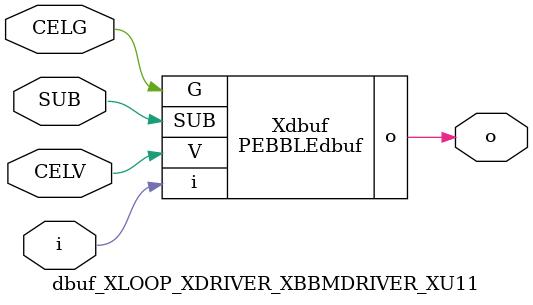
<source format=v>



module PEBBLEdbuf ( o, G, SUB, V, i );

  input V;
  input i;
  input G;
  output o;
  input SUB;
endmodule

//Celera Confidential Do Not Copy dbuf_XLOOP_XDRIVER_XBBMDRIVER_XU11
//Celera Confidential Symbol Generator
//Digital Buffer
module dbuf_XLOOP_XDRIVER_XBBMDRIVER_XU11 (CELV,CELG,i,o,SUB);
input CELV;
input CELG;
input i;
input SUB;
output o;

//Celera Confidential Do Not Copy dbuf
PEBBLEdbuf Xdbuf(
.V (CELV),
.i (i),
.o (o),
.SUB (SUB),
.G (CELG)
);
//,diesize,PEBBLEdbuf

//Celera Confidential Do Not Copy Module End
//Celera Schematic Generator
endmodule

</source>
